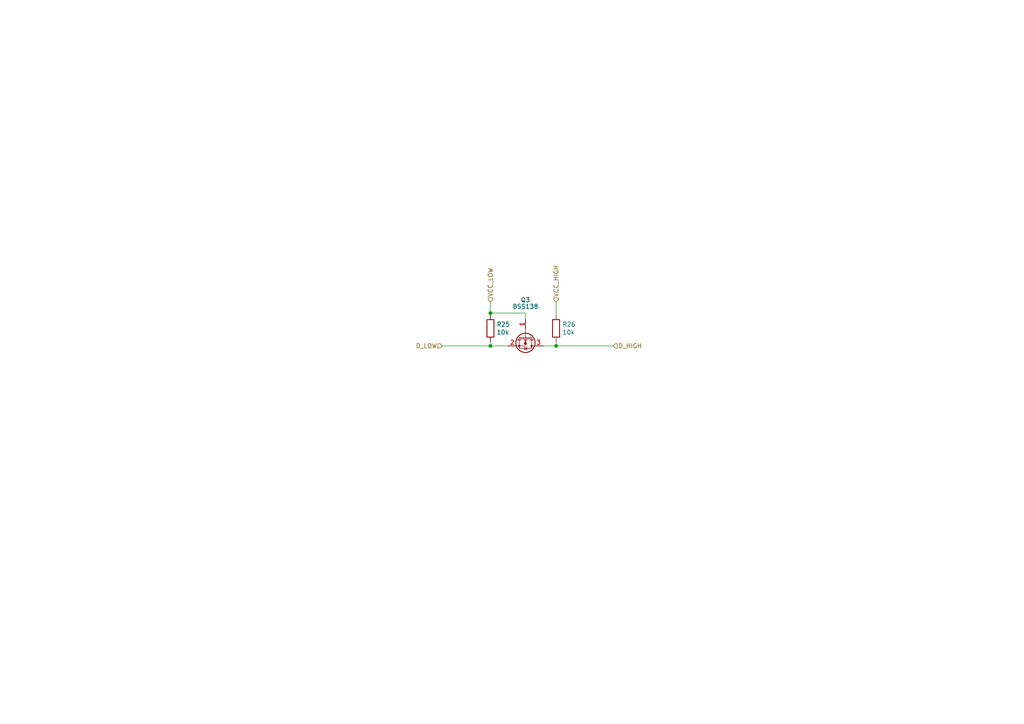
<source format=kicad_sch>
(kicad_sch (version 20211123) (generator eeschema)
  (paper "A4")
  (lib_symbols
    (symbol "Device:R" (pin_numbers hide) (pin_names (offset 0))
      (property "Reference" "R" (at 2.032 0 90))
      (property "Value" "R" (at 0 0 90))
      (symbol "R_0_1"
        (rectangle (start -1.016 -2.54) (end 1.016 2.54) (stroke (width 0.254)))
      )
      (symbol "R_1_1"
        (pin passive line (at 0 3.81 270) (length 1.27) (name "~") (number "1"))
        (pin passive line (at 0 -3.81 90) (length 1.27) (name "~") (number "2"))
      )
    )
    (symbol "Transistor_FET:BSS138" (pin_names hide)
      (property "Reference" "Q" (at 5.08 1.905 0))
      (property "Value" "BSS138" (at 5.08 0 0))
      (symbol "BSS138_0_1"
        (polyline (pts (xy 0.254 0) (xy -2.54 0)))
        (polyline (pts (xy 0.254 1.905) (xy 0.254 -1.905)) (stroke (width 0.254)))
        (polyline (pts (xy 0.762 -1.27) (xy 0.762 -2.286)) (stroke (width 0.254)))
        (polyline (pts (xy 0.762 0.508) (xy 0.762 -0.508)) (stroke (width 0.254)))
        (polyline (pts (xy 0.762 2.286) (xy 0.762 1.27)) (stroke (width 0.254)))
        (polyline (pts (xy 2.54 2.54) (xy 2.54 1.778)))
        (polyline (pts (xy 2.54 -2.54) (xy 2.54 0) (xy 0.762 0)))
        (polyline (pts (xy 0.762 -1.778) (xy 3.302 -1.778) (xy 3.302 1.778) (xy 0.762 1.778)))
        (polyline (pts (xy 1.016 0) (xy 2.032 0.381) (xy 2.032 -0.381) (xy 1.016 0)) (fill (type outline)))
        (polyline (pts (xy 2.794 0.508) (xy 2.921 0.381) (xy 3.683 0.381) (xy 3.81 0.254)))
        (polyline (pts (xy 3.302 0.381) (xy 2.921 -0.254) (xy 3.683 -0.254) (xy 3.302 0.381)))
        (circle (center 1.651 0) (radius 2.794) (stroke (width 0.254)))
        (circle (center 2.54 -1.778) (radius 0.254) (fill (type outline)))
        (circle (center 2.54 1.778) (radius 0.254) (fill (type outline)))
      )
      (symbol "BSS138_1_1"
        (pin input line (at -5.08 0 0) (length 2.54) (name "G") (number "1"))
        (pin passive line (at 2.54 -5.08 90) (length 2.54) (name "S") (number "2"))
        (pin passive line (at 2.54 5.08 270) (length 2.54) (name "D") (number "3"))
      )
    )
  )
  (junction (at 142.24 100.33))
  (junction (at 161.29 100.33))
  (junction (at 142.24 90.805))
  (wire (pts (xy 142.24 100.33) (xy 147.32 100.33)))
  (wire (pts (xy 142.24 87.63) (xy 142.24 90.805)))
  (wire (pts (xy 152.4 90.805) (xy 152.4 92.71)))
  (wire (pts (xy 161.29 100.33) (xy 161.29 99.06)))
  (wire (pts (xy 161.29 100.33) (xy 177.8 100.33)))
  (wire (pts (xy 161.29 87.63) (xy 161.29 91.44)))
  (wire (pts (xy 142.24 90.805) (xy 152.4 90.805)))
  (wire (pts (xy 142.24 99.06) (xy 142.24 100.33)))
  (wire (pts (xy 142.24 90.805) (xy 142.24 91.44)))
  (wire (pts (xy 157.48 100.33) (xy 161.29 100.33)))
  (wire (pts (xy 128.27 100.33) (xy 142.24 100.33)))
  (hierarchical_label "D_LOW" (shape input) (at 128.27 100.33 180))
  (hierarchical_label "VCC_LOW" (shape input) (at 142.24 87.63 90))
  (hierarchical_label "D_HIGH" (shape input) (at 177.8 100.33 0))
  (hierarchical_label "VCC_HIGH" (shape input) (at 161.29 87.63 90))
  (symbol (lib_id "Device:R") (at 161.29 95.25 180) (unit 1)
    (property "Reference" "R26" (at 163.068 94.0816 0) (effects (justify right)))
    (property "Value" "10k" (at 163.068 96.393 0) (effects (justify right)))
    (property "Footprint" "Resistor_SMD:R_0805_2012Metric_Pad1.20x1.40mm_HandSolder" (effects hide))
  )
  (symbol (lib_id "Device:R") (at 142.24 95.25 0) (unit 1)
    (property "Reference" "R25" (at 144.018 94.0816 0) (effects (justify left)))
    (property "Value" "10k" (at 144.018 96.393 0) (effects (justify left)))
    (property "Footprint" "Resistor_SMD:R_0805_2012Metric_Pad1.20x1.40mm_HandSolder" (effects hide))
  )
  (symbol (lib_id "Transistor_FET:BSS138") (at 152.4 97.79 270) (unit 1)
    (property "Reference" "Q3" (at 152.4 86.995 90))
    (property "Value" "BSS138" (at 152.4 88.9 90))
    (property "Footprint" "Package_TO_SOT_SMD:SOT-23" (effects hide))
    (property "Datasheet" "https://www.onsemi.com/pub/Collateral/BSS138-D.PDF" (effects hide))
  )
)
</source>
